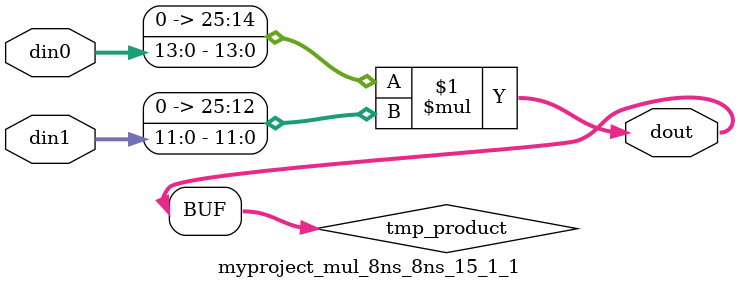
<source format=v>

`timescale 1 ns / 1 ps

 module myproject_mul_8ns_8ns_15_1_1(din0, din1, dout);
parameter ID = 1;
parameter NUM_STAGE = 0;
parameter din0_WIDTH = 14;
parameter din1_WIDTH = 12;
parameter dout_WIDTH = 26;

input [din0_WIDTH - 1 : 0] din0; 
input [din1_WIDTH - 1 : 0] din1; 
output [dout_WIDTH - 1 : 0] dout;

wire signed [dout_WIDTH - 1 : 0] tmp_product;
























assign tmp_product = $signed({1'b0, din0}) * $signed({1'b0, din1});











assign dout = tmp_product;





















endmodule

</source>
